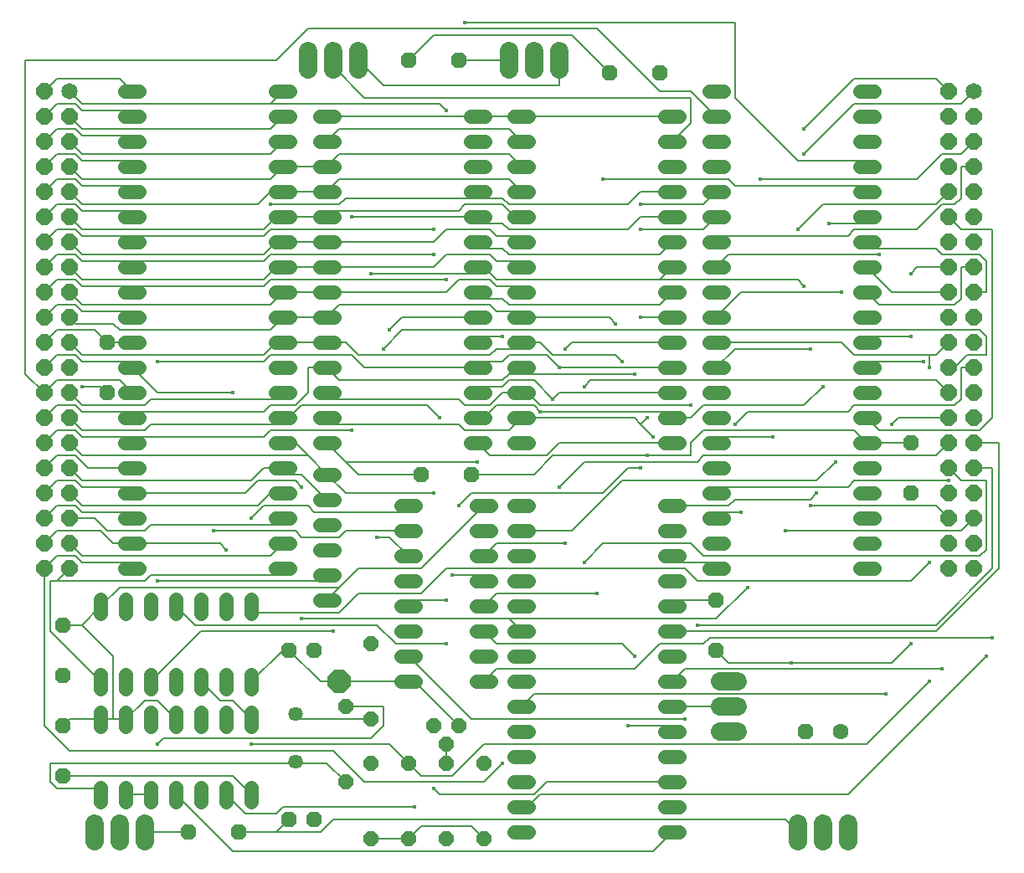
<source format=gbr>
G04 EAGLE Gerber RS-274X export*
G75*
%MOMM*%
%FSLAX34Y34*%
%LPD*%
%INTop Copper*%
%IPPOS*%
%AMOC8*
5,1,8,0,0,1.08239X$1,22.5*%
G01*
%ADD10C,1.463037*%
%ADD11C,1.645919*%
%ADD12P,1.781526X8X292.500000*%
%ADD13C,1.828800*%
%ADD14C,1.463037*%
%ADD15P,1.583577X8X112.500000*%
%ADD16P,1.732040X8X202.500000*%
%ADD17P,1.583577X8X292.500000*%
%ADD18P,1.583577X8X202.500000*%
%ADD19P,1.732040X8X292.500000*%
%ADD20P,1.732040X8X22.500000*%
%ADD21C,1.600200*%
%ADD22P,2.573315X8X22.500000*%
%ADD23C,0.203200*%
%ADD24C,0.452400*%


D10*
X119685Y774700D02*
X134315Y774700D01*
X134315Y749300D02*
X119685Y749300D01*
X119685Y622300D02*
X134315Y622300D01*
X134315Y596900D02*
X119685Y596900D01*
X119685Y723900D02*
X134315Y723900D01*
X134315Y698500D02*
X119685Y698500D01*
X119685Y647700D02*
X134315Y647700D01*
X134315Y673100D02*
X119685Y673100D01*
X119685Y571500D02*
X134315Y571500D01*
X134315Y546100D02*
X119685Y546100D01*
X119685Y520700D02*
X134315Y520700D01*
X134315Y495300D02*
X119685Y495300D01*
X119685Y469900D02*
X134315Y469900D01*
X134315Y444500D02*
X119685Y444500D01*
X119685Y419100D02*
X134315Y419100D01*
X134315Y393700D02*
X119685Y393700D01*
X119685Y368300D02*
X134315Y368300D01*
X134315Y342900D02*
X119685Y342900D01*
X119685Y317500D02*
X134315Y317500D01*
X134315Y292100D02*
X119685Y292100D01*
X272085Y292100D02*
X286715Y292100D01*
X286715Y317500D02*
X272085Y317500D01*
X272085Y342900D02*
X286715Y342900D01*
X286715Y368300D02*
X272085Y368300D01*
X272085Y393700D02*
X286715Y393700D01*
X286715Y419100D02*
X272085Y419100D01*
X272085Y444500D02*
X286715Y444500D01*
X286715Y469900D02*
X272085Y469900D01*
X272085Y495300D02*
X286715Y495300D01*
X286715Y520700D02*
X272085Y520700D01*
X272085Y546100D02*
X286715Y546100D01*
X286715Y571500D02*
X272085Y571500D01*
X272085Y596900D02*
X286715Y596900D01*
X286715Y622300D02*
X272085Y622300D01*
X272085Y647700D02*
X286715Y647700D01*
X286715Y673100D02*
X272085Y673100D01*
X272085Y698500D02*
X286715Y698500D01*
X286715Y723900D02*
X272085Y723900D01*
X272085Y749300D02*
X286715Y749300D01*
X286715Y774700D02*
X272085Y774700D01*
X316535Y749300D02*
X331165Y749300D01*
X331165Y723900D02*
X316535Y723900D01*
X316535Y698500D02*
X331165Y698500D01*
X331165Y673100D02*
X316535Y673100D01*
X316535Y647700D02*
X331165Y647700D01*
X331165Y622300D02*
X316535Y622300D01*
X316535Y596900D02*
X331165Y596900D01*
X331165Y571500D02*
X316535Y571500D01*
X316535Y546100D02*
X331165Y546100D01*
X331165Y520700D02*
X316535Y520700D01*
X316535Y495300D02*
X331165Y495300D01*
X331165Y469900D02*
X316535Y469900D01*
X316535Y444500D02*
X331165Y444500D01*
X331165Y419100D02*
X316535Y419100D01*
X468935Y419100D02*
X483565Y419100D01*
X483565Y444500D02*
X468935Y444500D01*
X468935Y469900D02*
X483565Y469900D01*
X483565Y495300D02*
X468935Y495300D01*
X468935Y520700D02*
X483565Y520700D01*
X483565Y546100D02*
X468935Y546100D01*
X468935Y571500D02*
X483565Y571500D01*
X483565Y596900D02*
X468935Y596900D01*
X468935Y622300D02*
X483565Y622300D01*
X483565Y647700D02*
X468935Y647700D01*
X468935Y673100D02*
X483565Y673100D01*
X483565Y698500D02*
X468935Y698500D01*
X468935Y723900D02*
X483565Y723900D01*
X483565Y749300D02*
X468935Y749300D01*
X710235Y774700D02*
X724865Y774700D01*
X724865Y749300D02*
X710235Y749300D01*
X710235Y622300D02*
X724865Y622300D01*
X724865Y596900D02*
X710235Y596900D01*
X710235Y723900D02*
X724865Y723900D01*
X724865Y698500D02*
X710235Y698500D01*
X710235Y647700D02*
X724865Y647700D01*
X724865Y673100D02*
X710235Y673100D01*
X710235Y571500D02*
X724865Y571500D01*
X724865Y546100D02*
X710235Y546100D01*
X710235Y520700D02*
X724865Y520700D01*
X724865Y495300D02*
X710235Y495300D01*
X710235Y469900D02*
X724865Y469900D01*
X724865Y444500D02*
X710235Y444500D01*
X710235Y419100D02*
X724865Y419100D01*
X724865Y393700D02*
X710235Y393700D01*
X710235Y368300D02*
X724865Y368300D01*
X724865Y342900D02*
X710235Y342900D01*
X710235Y317500D02*
X724865Y317500D01*
X724865Y292100D02*
X710235Y292100D01*
X862635Y292100D02*
X877265Y292100D01*
X877265Y317500D02*
X862635Y317500D01*
X862635Y342900D02*
X877265Y342900D01*
X877265Y368300D02*
X862635Y368300D01*
X862635Y393700D02*
X877265Y393700D01*
X877265Y419100D02*
X862635Y419100D01*
X862635Y444500D02*
X877265Y444500D01*
X877265Y469900D02*
X862635Y469900D01*
X862635Y495300D02*
X877265Y495300D01*
X877265Y520700D02*
X862635Y520700D01*
X862635Y546100D02*
X877265Y546100D01*
X877265Y571500D02*
X862635Y571500D01*
X862635Y596900D02*
X877265Y596900D01*
X877265Y622300D02*
X862635Y622300D01*
X862635Y647700D02*
X877265Y647700D01*
X877265Y673100D02*
X862635Y673100D01*
X862635Y698500D02*
X877265Y698500D01*
X877265Y723900D02*
X862635Y723900D01*
X862635Y749300D02*
X877265Y749300D01*
X877265Y774700D02*
X862635Y774700D01*
D11*
X63500Y774700D03*
D12*
X38100Y774700D03*
X63500Y749300D03*
X38100Y749300D03*
X63500Y723900D03*
X38100Y723900D03*
X63500Y698500D03*
X38100Y698500D03*
X63500Y673100D03*
X38100Y673100D03*
X63500Y647700D03*
X38100Y647700D03*
X63500Y622300D03*
X38100Y622300D03*
X63500Y596900D03*
X38100Y596900D03*
X63500Y571500D03*
X38100Y571500D03*
X63500Y546100D03*
X38100Y546100D03*
X63500Y520700D03*
X38100Y520700D03*
X63500Y495300D03*
X38100Y495300D03*
X63500Y469900D03*
X38100Y469900D03*
X63500Y444500D03*
X38100Y444500D03*
X63500Y419100D03*
X38100Y419100D03*
X63500Y393700D03*
X38100Y393700D03*
X63500Y368300D03*
X38100Y368300D03*
X63500Y342900D03*
X38100Y342900D03*
X63500Y317500D03*
X38100Y317500D03*
X63500Y292100D03*
X38100Y292100D03*
D13*
X304800Y797306D02*
X304800Y815594D01*
X330200Y815594D02*
X330200Y797306D01*
X355600Y797306D02*
X355600Y815594D01*
D11*
X977900Y774700D03*
D12*
X952500Y774700D03*
X977900Y749300D03*
X952500Y749300D03*
X977900Y723900D03*
X952500Y723900D03*
X977900Y698500D03*
X952500Y698500D03*
X977900Y673100D03*
X952500Y673100D03*
X977900Y647700D03*
X952500Y647700D03*
X977900Y622300D03*
X952500Y622300D03*
X977900Y596900D03*
X952500Y596900D03*
X977900Y571500D03*
X952500Y571500D03*
X977900Y546100D03*
X952500Y546100D03*
X977900Y520700D03*
X952500Y520700D03*
X977900Y495300D03*
X952500Y495300D03*
X977900Y469900D03*
X952500Y469900D03*
X977900Y444500D03*
X952500Y444500D03*
X977900Y419100D03*
X952500Y419100D03*
X977900Y393700D03*
X952500Y393700D03*
X977900Y368300D03*
X952500Y368300D03*
X977900Y342900D03*
X952500Y342900D03*
X977900Y317500D03*
X952500Y317500D03*
X977900Y292100D03*
X952500Y292100D03*
D10*
X95250Y185115D02*
X95250Y170485D01*
X120650Y170485D02*
X120650Y185115D01*
X247650Y185115D02*
X247650Y170485D01*
X247650Y246685D02*
X247650Y261315D01*
X146050Y185115D02*
X146050Y170485D01*
X171450Y170485D02*
X171450Y185115D01*
X222250Y185115D02*
X222250Y170485D01*
X196850Y170485D02*
X196850Y185115D01*
X222250Y246685D02*
X222250Y261315D01*
X196850Y261315D02*
X196850Y246685D01*
X171450Y246685D02*
X171450Y261315D01*
X146050Y261315D02*
X146050Y246685D01*
X120650Y246685D02*
X120650Y261315D01*
X95250Y261315D02*
X95250Y246685D01*
X95250Y70815D02*
X95250Y56185D01*
X120650Y56185D02*
X120650Y70815D01*
X247650Y70815D02*
X247650Y56185D01*
X247650Y132385D02*
X247650Y147015D01*
X146050Y70815D02*
X146050Y56185D01*
X171450Y56185D02*
X171450Y70815D01*
X222250Y70815D02*
X222250Y56185D01*
X196850Y56185D02*
X196850Y70815D01*
X222250Y132385D02*
X222250Y147015D01*
X196850Y147015D02*
X196850Y132385D01*
X171450Y132385D02*
X171450Y147015D01*
X146050Y147015D02*
X146050Y132385D01*
X120650Y132385D02*
X120650Y147015D01*
X95250Y147015D02*
X95250Y132385D01*
X399085Y355600D02*
X413715Y355600D01*
X413715Y330200D02*
X399085Y330200D01*
X399085Y203200D02*
X413715Y203200D01*
X413715Y177800D02*
X399085Y177800D01*
X399085Y304800D02*
X413715Y304800D01*
X413715Y279400D02*
X399085Y279400D01*
X399085Y228600D02*
X413715Y228600D01*
X413715Y254000D02*
X399085Y254000D01*
X475285Y177800D02*
X489915Y177800D01*
X489915Y203200D02*
X475285Y203200D01*
X475285Y228600D02*
X489915Y228600D01*
X489915Y254000D02*
X475285Y254000D01*
X475285Y279400D02*
X489915Y279400D01*
X489915Y304800D02*
X475285Y304800D01*
X475285Y330200D02*
X489915Y330200D01*
X489915Y355600D02*
X475285Y355600D01*
D14*
X292100Y96520D03*
X292100Y144780D03*
D15*
X342900Y76200D03*
X342900Y152400D03*
D16*
X311150Y38100D03*
X285750Y38100D03*
X311150Y209550D03*
X285750Y209550D03*
D17*
X368300Y95250D03*
X368300Y19050D03*
D18*
X431800Y133350D03*
X444500Y114300D03*
X457200Y133350D03*
D15*
X444500Y19050D03*
X444500Y95250D03*
D10*
X331165Y260350D02*
X316535Y260350D01*
X316535Y285750D02*
X331165Y285750D01*
X331165Y311150D02*
X316535Y311150D01*
X316535Y336550D02*
X331165Y336550D01*
X331165Y361950D02*
X316535Y361950D01*
X316535Y387350D02*
X331165Y387350D01*
D19*
X101600Y520700D03*
X101600Y469900D03*
D16*
X457200Y806450D03*
X406400Y806450D03*
X660400Y793750D03*
X609600Y793750D03*
D19*
X914400Y419100D03*
X914400Y368300D03*
X57150Y234950D03*
X57150Y184150D03*
X57150Y133350D03*
X57150Y82550D03*
D16*
X469900Y387350D03*
X419100Y387350D03*
D17*
X368300Y215900D03*
X368300Y139700D03*
D13*
X850900Y34544D02*
X850900Y16256D01*
X825500Y16256D02*
X825500Y34544D01*
X800100Y34544D02*
X800100Y16256D01*
X88900Y16256D02*
X88900Y34544D01*
X114300Y34544D02*
X114300Y16256D01*
X139700Y16256D02*
X139700Y34544D01*
D17*
X406400Y95250D03*
X406400Y19050D03*
D13*
X508000Y797306D02*
X508000Y815594D01*
X533400Y815594D02*
X533400Y797306D01*
X558800Y797306D02*
X558800Y815594D01*
D10*
X528015Y355600D02*
X513385Y355600D01*
X513385Y330200D02*
X528015Y330200D01*
X528015Y203200D02*
X513385Y203200D01*
X513385Y177800D02*
X528015Y177800D01*
X528015Y304800D02*
X513385Y304800D01*
X513385Y279400D02*
X528015Y279400D01*
X528015Y228600D02*
X513385Y228600D01*
X513385Y254000D02*
X528015Y254000D01*
X528015Y152400D02*
X513385Y152400D01*
X513385Y127000D02*
X528015Y127000D01*
X528015Y101600D02*
X513385Y101600D01*
X513385Y76200D02*
X528015Y76200D01*
X528015Y50800D02*
X513385Y50800D01*
X513385Y25400D02*
X528015Y25400D01*
X665785Y25400D02*
X680415Y25400D01*
X680415Y50800D02*
X665785Y50800D01*
X665785Y76200D02*
X680415Y76200D01*
X680415Y101600D02*
X665785Y101600D01*
X665785Y127000D02*
X680415Y127000D01*
X680415Y152400D02*
X665785Y152400D01*
X665785Y177800D02*
X680415Y177800D01*
X680415Y203200D02*
X665785Y203200D01*
X665785Y228600D02*
X680415Y228600D01*
X680415Y254000D02*
X665785Y254000D01*
X665785Y279400D02*
X680415Y279400D01*
X680415Y304800D02*
X665785Y304800D01*
X665785Y330200D02*
X680415Y330200D01*
X680415Y355600D02*
X665785Y355600D01*
D19*
X717550Y260350D03*
X717550Y209550D03*
D17*
X482600Y95250D03*
X482600Y19050D03*
D20*
X184150Y25400D03*
X234950Y25400D03*
D13*
X721106Y127000D02*
X739394Y127000D01*
X739394Y152400D02*
X721106Y152400D01*
X721106Y177800D02*
X739394Y177800D01*
D10*
X528015Y749300D02*
X513385Y749300D01*
X513385Y723900D02*
X528015Y723900D01*
X528015Y698500D02*
X513385Y698500D01*
X513385Y673100D02*
X528015Y673100D01*
X528015Y647700D02*
X513385Y647700D01*
X513385Y622300D02*
X528015Y622300D01*
X528015Y596900D02*
X513385Y596900D01*
X513385Y571500D02*
X528015Y571500D01*
X528015Y546100D02*
X513385Y546100D01*
X513385Y520700D02*
X528015Y520700D01*
X528015Y495300D02*
X513385Y495300D01*
X513385Y469900D02*
X528015Y469900D01*
X528015Y444500D02*
X513385Y444500D01*
X513385Y419100D02*
X528015Y419100D01*
X665785Y419100D02*
X680415Y419100D01*
X680415Y444500D02*
X665785Y444500D01*
X665785Y469900D02*
X680415Y469900D01*
X680415Y495300D02*
X665785Y495300D01*
X665785Y520700D02*
X680415Y520700D01*
X680415Y546100D02*
X665785Y546100D01*
X665785Y571500D02*
X680415Y571500D01*
X680415Y596900D02*
X665785Y596900D01*
X665785Y622300D02*
X680415Y622300D01*
X680415Y647700D02*
X665785Y647700D01*
X665785Y673100D02*
X680415Y673100D01*
X680415Y698500D02*
X665785Y698500D01*
X665785Y723900D02*
X680415Y723900D01*
X680415Y749300D02*
X665785Y749300D01*
D16*
X807720Y127000D03*
D21*
X843280Y127000D03*
D22*
X336550Y177800D03*
D23*
X406400Y806450D02*
X431800Y831850D01*
X571500Y831850D01*
X609600Y793750D01*
X342900Y400050D02*
X355600Y387350D01*
X342900Y400050D02*
X323850Y419100D01*
X355600Y387350D02*
X419100Y387350D01*
X476250Y400050D02*
X342900Y400050D01*
X717550Y520700D02*
X844550Y520700D01*
X857250Y508000D01*
X933450Y508000D02*
X939800Y508000D01*
X933450Y508000D02*
X857250Y508000D01*
X939800Y508000D02*
X952500Y520700D01*
X933450Y508000D02*
X933450Y495300D01*
X279400Y209550D02*
X247650Y177800D01*
X279400Y209550D02*
X285750Y209550D01*
X336550Y177800D02*
X406400Y177800D01*
X412750Y177800D02*
X457200Y133350D01*
X412750Y177800D02*
X406400Y177800D01*
X317500Y177800D02*
X285750Y209550D01*
X317500Y177800D02*
X336550Y177800D01*
X717550Y209550D02*
X730250Y196850D01*
X793750Y196850D01*
X285750Y38100D02*
X273050Y25400D01*
X234950Y25400D01*
X101600Y469900D02*
X95250Y476250D01*
X76200Y476250D01*
X228600Y82550D02*
X247650Y63500D01*
X228600Y82550D02*
X57150Y82550D01*
X787400Y38100D02*
X800100Y25400D01*
X787400Y38100D02*
X330200Y38100D01*
X317500Y25400D01*
X273050Y25400D01*
X895350Y196850D02*
X914400Y215900D01*
X895350Y196850D02*
X793750Y196850D01*
D24*
X476250Y400050D03*
X933450Y495300D03*
X793750Y196850D03*
X76200Y476250D03*
X914400Y215900D03*
D23*
X520700Y749300D02*
X476250Y749300D01*
X457200Y806450D02*
X508000Y806450D01*
X476250Y749300D02*
X323850Y749300D01*
X679450Y260350D02*
X673100Y254000D01*
X679450Y260350D02*
X717550Y260350D01*
X673100Y749300D02*
X520700Y749300D01*
X869950Y419100D02*
X914400Y419100D01*
X127000Y520700D02*
X101600Y520700D01*
X50800Y533400D02*
X38100Y520700D01*
X50800Y533400D02*
X88900Y533400D01*
X101600Y520700D01*
X95250Y254000D02*
X76200Y234950D01*
X57150Y234950D01*
X107950Y139700D02*
X120650Y139700D01*
X107950Y139700D02*
X95250Y139700D01*
X152400Y158750D02*
X171450Y139700D01*
X152400Y158750D02*
X139700Y158750D01*
X120650Y139700D01*
X63500Y139700D02*
X57150Y133350D01*
X63500Y139700D02*
X95250Y139700D01*
X107950Y203200D02*
X76200Y234950D01*
X107950Y203200D02*
X107950Y139700D01*
X368300Y19050D02*
X406400Y19050D01*
X469900Y31750D02*
X482600Y19050D01*
X469900Y31750D02*
X419100Y31750D01*
X406400Y19050D01*
X336550Y273050D02*
X355600Y292100D01*
X336550Y273050D02*
X323850Y260350D01*
X355600Y292100D02*
X419100Y292100D01*
X482600Y355600D01*
X114300Y273050D02*
X95250Y254000D01*
X114300Y273050D02*
X336550Y273050D01*
X857250Y431800D02*
X869950Y419100D01*
X857250Y431800D02*
X704850Y431800D01*
X692150Y419100D01*
X692150Y406400D01*
X647700Y406400D02*
X552450Y406400D01*
X647700Y406400D02*
X692150Y406400D01*
X552450Y406400D02*
X533400Y387350D01*
X469900Y387350D01*
D24*
X647700Y406400D03*
D23*
X279400Y444500D02*
X273050Y438150D01*
X146050Y438150D01*
X139700Y431800D01*
X76200Y431800D01*
X63500Y444500D01*
X425450Y457200D02*
X438150Y444500D01*
X425450Y457200D02*
X298450Y457200D01*
X285750Y444500D01*
X279400Y444500D01*
X863600Y704850D02*
X869950Y698500D01*
X863600Y704850D02*
X800100Y704850D01*
X736600Y768350D01*
X736600Y844550D01*
X463550Y844550D01*
D24*
X438150Y444500D03*
X463550Y844550D03*
D23*
X215900Y317500D02*
X222250Y311150D01*
X215900Y317500D02*
X127000Y317500D01*
X50800Y330200D02*
X38100Y317500D01*
X50800Y330200D02*
X95250Y330200D01*
X107950Y317500D01*
X127000Y317500D01*
D24*
X222250Y311150D03*
D23*
X482600Y76200D02*
X501650Y95250D01*
X482600Y76200D02*
X361950Y76200D01*
X330200Y107950D01*
X63500Y107950D01*
X38100Y133350D01*
X38100Y292100D01*
X863600Y679450D02*
X869950Y673100D01*
X863600Y679450D02*
X736600Y679450D01*
X730250Y685800D01*
X603250Y685800D01*
X127000Y292100D02*
X120650Y298450D01*
X76200Y298450D01*
X69850Y304800D01*
X50800Y304800D01*
X38100Y292100D01*
D24*
X501650Y95250D03*
X603250Y685800D03*
D23*
X95250Y177800D02*
X44450Y228600D01*
X44450Y279400D01*
X50800Y279400D01*
X63500Y292100D01*
X273050Y285750D02*
X279400Y292100D01*
X273050Y285750D02*
X146050Y285750D01*
X139700Y279400D01*
X50800Y279400D01*
X508000Y241300D02*
X520700Y228600D01*
X508000Y241300D02*
X298450Y241300D01*
X863600Y641350D02*
X869950Y647700D01*
X863600Y641350D02*
X831850Y641350D01*
X749300Y273050D02*
X717550Y241300D01*
X508000Y241300D01*
D24*
X298450Y241300D03*
X831850Y641350D03*
X749300Y273050D03*
D23*
X76200Y304800D02*
X63500Y317500D01*
X76200Y304800D02*
X266700Y304800D01*
X279400Y317500D01*
X273050Y463550D02*
X279400Y469900D01*
X273050Y463550D02*
X146050Y463550D01*
X139700Y457200D01*
X76200Y457200D01*
X63500Y469900D01*
X120650Y349250D02*
X127000Y342900D01*
X120650Y349250D02*
X76200Y349250D01*
X69850Y355600D01*
X50800Y355600D01*
X38100Y342900D01*
X63500Y368300D02*
X76200Y355600D01*
X254000Y355600D01*
X266700Y368300D01*
X279400Y368300D01*
X323850Y285750D02*
X317500Y279400D01*
X152400Y279400D01*
X38100Y393700D02*
X50800Y406400D01*
X69850Y406400D01*
X82550Y393700D01*
X127000Y393700D01*
D24*
X152400Y279400D03*
D23*
X127000Y368300D02*
X120650Y374650D01*
X76200Y374650D01*
X69850Y381000D01*
X50800Y381000D01*
X38100Y368300D01*
X292100Y381000D02*
X298450Y374650D01*
X292100Y381000D02*
X254000Y381000D01*
X241300Y368300D01*
X127000Y368300D01*
D24*
X298450Y374650D03*
D23*
X304800Y406400D02*
X292100Y419100D01*
X304800Y406400D02*
X323850Y387350D01*
X292100Y419100D02*
X279400Y419100D01*
X76200Y406400D02*
X63500Y419100D01*
X76200Y406400D02*
X304800Y406400D01*
X431800Y69850D02*
X438150Y63500D01*
X533400Y63500D01*
X546100Y76200D01*
X673100Y76200D01*
X342900Y368300D02*
X323850Y387350D01*
X342900Y368300D02*
X431800Y368300D01*
D24*
X431800Y69850D03*
X431800Y368300D03*
D23*
X285750Y387350D02*
X279400Y393700D01*
X285750Y387350D02*
X298450Y387350D01*
X323850Y361950D01*
X76200Y381000D02*
X63500Y393700D01*
X76200Y381000D02*
X247650Y381000D01*
X260350Y393700D01*
X279400Y393700D01*
X279400Y342900D02*
X273050Y336550D01*
X146050Y336550D01*
X139700Y330200D01*
X101600Y330200D01*
X88900Y342900D01*
X63500Y342900D01*
X127000Y647700D02*
X120650Y654050D01*
X76200Y654050D01*
X69850Y660400D01*
X50800Y660400D01*
X38100Y647700D01*
X171450Y63500D02*
X228600Y6350D01*
X654050Y6350D01*
X673100Y25400D01*
X323850Y520700D02*
X279400Y520700D01*
X514350Y514350D02*
X520700Y520700D01*
X514350Y514350D02*
X495300Y514350D01*
X488950Y508000D01*
X355600Y508000D01*
X342900Y520700D01*
X323850Y520700D01*
X615950Y508000D02*
X622300Y501650D01*
X615950Y508000D02*
X552450Y508000D01*
X539750Y520700D01*
X520700Y520700D01*
X704850Y635000D02*
X717550Y647700D01*
X704850Y635000D02*
X641350Y635000D01*
X76200Y508000D02*
X63500Y520700D01*
X76200Y508000D02*
X260350Y508000D01*
X273050Y520700D01*
X279400Y520700D01*
D24*
X622300Y501650D03*
X641350Y635000D03*
D23*
X323850Y546100D02*
X279400Y546100D01*
X514350Y552450D02*
X520700Y546100D01*
X514350Y552450D02*
X495300Y552450D01*
X488950Y558800D01*
X336550Y558800D01*
X323850Y546100D01*
X666750Y133350D02*
X673100Y127000D01*
X666750Y133350D02*
X628650Y133350D01*
X615950Y539750D02*
X609600Y546100D01*
X520700Y546100D01*
X704850Y660400D02*
X717550Y673100D01*
X704850Y660400D02*
X641350Y660400D01*
X69850Y539750D02*
X63500Y546100D01*
X69850Y539750D02*
X107950Y539750D01*
X114300Y533400D01*
X266700Y533400D01*
X279400Y546100D01*
D24*
X628650Y133350D03*
X615950Y539750D03*
X641350Y660400D03*
D23*
X323850Y571500D02*
X279400Y571500D01*
X514350Y577850D02*
X520700Y571500D01*
X514350Y577850D02*
X495300Y577850D01*
X488950Y584200D01*
X457200Y584200D01*
X444500Y571500D01*
X323850Y571500D01*
X76200Y558800D02*
X63500Y571500D01*
X76200Y558800D02*
X266700Y558800D01*
X279400Y571500D01*
X279400Y596900D02*
X323850Y596900D01*
X514350Y603250D02*
X520700Y596900D01*
X514350Y603250D02*
X495300Y603250D01*
X488950Y609600D01*
X444500Y609600D01*
X431800Y596900D01*
X323850Y596900D01*
X76200Y584200D02*
X63500Y596900D01*
X76200Y584200D02*
X260350Y584200D01*
X273050Y596900D01*
X279400Y596900D01*
X279400Y622300D02*
X323850Y622300D01*
X514350Y628650D02*
X520700Y622300D01*
X514350Y628650D02*
X495300Y628650D01*
X488950Y635000D01*
X444500Y635000D01*
X431800Y622300D01*
X323850Y622300D01*
X76200Y609600D02*
X63500Y622300D01*
X76200Y609600D02*
X260350Y609600D01*
X273050Y622300D01*
X279400Y622300D01*
X279400Y647700D02*
X323850Y647700D01*
X76200Y635000D02*
X63500Y647700D01*
X76200Y635000D02*
X260350Y635000D01*
X273050Y647700D01*
X279400Y647700D01*
X495300Y317500D02*
X482600Y304800D01*
X495300Y317500D02*
X565150Y317500D01*
X323850Y647700D02*
X330200Y654050D01*
X457200Y654050D01*
X463550Y660400D01*
X501650Y660400D01*
X514350Y647700D01*
X520700Y647700D01*
D24*
X565150Y317500D03*
D23*
X323850Y698500D02*
X279400Y698500D01*
X508000Y711200D02*
X520700Y698500D01*
X508000Y711200D02*
X336550Y711200D01*
X323850Y698500D01*
X279400Y698500D02*
X266700Y685800D01*
X76200Y685800D01*
X63500Y698500D01*
X476250Y673100D02*
X482600Y666750D01*
X501650Y666750D01*
X508000Y660400D01*
X628650Y660400D01*
X641350Y673100D01*
X673100Y673100D01*
X279400Y723900D02*
X266700Y711200D01*
X76200Y711200D01*
X63500Y723900D01*
X469900Y666750D02*
X476250Y673100D01*
X469900Y666750D02*
X342900Y666750D01*
X336550Y660400D01*
X266700Y660400D01*
D24*
X266700Y660400D03*
D23*
X476250Y647700D02*
X482600Y641350D01*
X501650Y641350D01*
X508000Y635000D01*
X628650Y635000D01*
X641350Y647700D01*
X673100Y647700D01*
X279400Y749300D02*
X266700Y736600D01*
X76200Y736600D01*
X63500Y749300D01*
X349250Y647700D02*
X476250Y647700D01*
D24*
X349250Y647700D03*
D23*
X476250Y571500D02*
X482600Y565150D01*
X501650Y565150D01*
X508000Y558800D01*
X660400Y558800D01*
X673100Y571500D01*
X279400Y774700D02*
X266700Y762000D01*
X76200Y762000D01*
X63500Y774700D01*
X438150Y762000D02*
X444500Y755650D01*
X438150Y762000D02*
X266700Y762000D01*
D24*
X444500Y755650D03*
D23*
X127000Y774700D02*
X114300Y787400D01*
X50800Y787400D01*
X38100Y774700D01*
X476250Y622300D02*
X482600Y615950D01*
X501650Y615950D01*
X508000Y609600D01*
X660400Y609600D01*
X673100Y622300D01*
X127000Y749300D02*
X120650Y755650D01*
X76200Y755650D01*
X69850Y762000D01*
X50800Y762000D01*
X38100Y749300D01*
X323850Y723900D02*
X336550Y736600D01*
X508000Y736600D01*
X520700Y723900D01*
X127000Y723900D02*
X120650Y730250D01*
X76200Y730250D01*
X69850Y736600D01*
X50800Y736600D01*
X38100Y723900D01*
X342900Y330200D02*
X406400Y330200D01*
X342900Y330200D02*
X336550Y323850D01*
X298450Y323850D01*
X292100Y330200D01*
X209550Y330200D01*
D24*
X209550Y330200D03*
D23*
X127000Y698500D02*
X120650Y704850D01*
X76200Y704850D01*
X69850Y711200D01*
X50800Y711200D01*
X38100Y698500D01*
X387350Y323850D02*
X406400Y304800D01*
X387350Y323850D02*
X374650Y323850D01*
D24*
X374650Y323850D03*
D23*
X127000Y673100D02*
X120650Y679450D01*
X76200Y679450D01*
X69850Y685800D01*
X50800Y685800D01*
X38100Y673100D01*
X120650Y450850D02*
X127000Y444500D01*
X120650Y450850D02*
X76200Y450850D01*
X69850Y457200D01*
X50800Y457200D01*
X38100Y444500D01*
X323850Y495300D02*
X336550Y482600D01*
X501650Y482600D01*
X508000Y488950D02*
X514350Y495300D01*
X508000Y488950D02*
X501650Y482600D01*
X514350Y495300D02*
X520700Y495300D01*
X508000Y488950D02*
X635000Y488950D01*
X133350Y450850D02*
X127000Y444500D01*
X133350Y450850D02*
X260350Y450850D01*
X266700Y457200D01*
X292100Y457200D01*
X304800Y469900D01*
X304800Y495300D01*
X323850Y495300D01*
D24*
X635000Y488950D03*
D23*
X127000Y419100D02*
X120650Y425450D01*
X76200Y425450D01*
X69850Y431800D01*
X50800Y431800D01*
X38100Y419100D01*
X673100Y304800D02*
X679450Y298450D01*
X711200Y298450D01*
X717550Y292100D01*
X330200Y463550D02*
X323850Y469900D01*
X330200Y463550D02*
X457200Y463550D01*
X463550Y457200D01*
X488950Y457200D01*
X501650Y469900D01*
X520700Y469900D01*
X539750Y457200D02*
X692150Y457200D01*
X539750Y457200D02*
X527050Y469900D01*
X520700Y469900D01*
X133350Y425450D02*
X127000Y419100D01*
X133350Y425450D02*
X260350Y425450D01*
X266700Y431800D01*
X349250Y431800D01*
D24*
X692150Y457200D03*
X349250Y431800D03*
D23*
X127000Y495300D02*
X120650Y501650D01*
X76200Y501650D01*
X69850Y508000D01*
X50800Y508000D01*
X38100Y495300D01*
X323850Y444500D02*
X330200Y438150D01*
X457200Y438150D01*
X463550Y431800D01*
X508000Y431800D01*
X520700Y444500D01*
X635000Y444500D02*
X641350Y438150D01*
X654050Y425450D01*
X635000Y444500D02*
X520700Y444500D01*
X641350Y438150D02*
X647700Y444500D01*
X152400Y469900D02*
X127000Y495300D01*
X152400Y469900D02*
X228600Y469900D01*
D24*
X654050Y425450D03*
X647700Y444500D03*
X228600Y469900D03*
D23*
X127000Y596900D02*
X120650Y603250D01*
X76200Y603250D01*
X69850Y609600D01*
X50800Y609600D01*
X38100Y596900D01*
X476250Y419100D02*
X488950Y406400D01*
X546100Y406400D01*
X558800Y419100D01*
X673100Y419100D01*
X812800Y361950D02*
X819150Y368300D01*
X812800Y361950D02*
X736600Y361950D01*
X730250Y355600D01*
X673100Y355600D01*
X133350Y603250D02*
X127000Y596900D01*
X133350Y603250D02*
X260350Y603250D01*
X266700Y609600D01*
X431800Y609600D01*
D24*
X819150Y368300D03*
X431800Y609600D03*
D23*
X127000Y622300D02*
X120650Y628650D01*
X76200Y628650D01*
X69850Y635000D01*
X50800Y635000D01*
X38100Y622300D01*
X533400Y457200D02*
X539750Y450850D01*
X533400Y457200D02*
X495300Y457200D01*
X482600Y444500D01*
X476250Y444500D01*
X666750Y450850D02*
X673100Y444500D01*
X666750Y450850D02*
X539750Y450850D01*
X806450Y457200D02*
X825500Y476250D01*
X806450Y457200D02*
X704850Y457200D01*
X692150Y444500D01*
X673100Y444500D01*
X133350Y628650D02*
X127000Y622300D01*
X133350Y628650D02*
X260350Y628650D01*
X266700Y635000D01*
X431800Y635000D01*
D24*
X539750Y450850D03*
X825500Y476250D03*
X431800Y635000D03*
D23*
X127000Y571500D02*
X120650Y577850D01*
X76200Y577850D01*
X69850Y584200D01*
X50800Y584200D01*
X38100Y571500D01*
X552450Y463550D02*
X558800Y469900D01*
X673100Y469900D01*
X482600Y476250D02*
X476250Y469900D01*
X482600Y476250D02*
X501650Y476250D01*
X508000Y482600D01*
X533400Y482600D01*
X552450Y463550D01*
X819150Y381000D02*
X838200Y400050D01*
X819150Y381000D02*
X622300Y381000D01*
X571500Y330200D01*
X520700Y330200D01*
X133350Y577850D02*
X127000Y571500D01*
X133350Y577850D02*
X260350Y577850D01*
X266700Y584200D01*
X444500Y584200D01*
D24*
X552450Y463550D03*
X838200Y400050D03*
X444500Y584200D03*
D23*
X127000Y546100D02*
X120650Y552450D01*
X76200Y552450D01*
X69850Y558800D01*
X50800Y558800D01*
X38100Y546100D01*
X558800Y495300D02*
X673100Y495300D01*
X482600Y501650D02*
X476250Y495300D01*
X482600Y501650D02*
X501650Y501650D01*
X508000Y508000D01*
X546100Y508000D01*
X558800Y495300D01*
X260350Y501650D02*
X152400Y501650D01*
X260350Y501650D02*
X266700Y508000D01*
X349250Y508000D01*
X361950Y495300D01*
X476250Y495300D01*
D24*
X558800Y495300D03*
X152400Y501650D03*
D23*
X127000Y469900D02*
X114300Y482600D01*
X50800Y482600D01*
X38100Y469900D01*
X565150Y514350D02*
X571500Y520700D01*
X673100Y520700D01*
X482600Y527050D02*
X476250Y520700D01*
X482600Y527050D02*
X501650Y527050D01*
X38100Y469900D02*
X19050Y488950D01*
X19050Y806450D01*
X273050Y806450D01*
X304800Y838200D01*
X596900Y838200D01*
X660400Y774700D01*
X692150Y774700D01*
X717550Y749300D01*
D24*
X565150Y514350D03*
X501650Y527050D03*
D23*
X323850Y673100D02*
X279400Y673100D01*
X76200Y660400D02*
X63500Y673100D01*
X76200Y660400D02*
X254000Y660400D01*
X266700Y673100D01*
X279400Y673100D01*
X476250Y285750D02*
X482600Y279400D01*
X476250Y285750D02*
X450850Y285750D01*
X323850Y673100D02*
X336550Y685800D01*
X508000Y685800D01*
X520700Y673100D01*
D24*
X450850Y285750D03*
D23*
X196850Y228600D02*
X146050Y177800D01*
X196850Y228600D02*
X330200Y228600D01*
X368300Y590550D02*
X469900Y590550D01*
X476250Y596900D01*
X660400Y584200D02*
X673100Y596900D01*
X660400Y584200D02*
X495300Y584200D01*
X482600Y596900D01*
X476250Y596900D01*
X939800Y355600D02*
X952500Y342900D01*
X939800Y355600D02*
X812800Y355600D01*
X806450Y577850D02*
X800100Y584200D01*
X660400Y584200D01*
D24*
X330200Y228600D03*
X368300Y590550D03*
X812800Y355600D03*
X806450Y577850D03*
D23*
X933450Y298450D02*
X914400Y279400D01*
X698500Y279400D01*
X685800Y292100D01*
X444500Y292100D01*
X419100Y266700D01*
X355600Y266700D01*
X336550Y247650D01*
X254000Y247650D01*
X247650Y254000D01*
X558800Y781050D02*
X558800Y806450D01*
X558800Y781050D02*
X381000Y781050D01*
X355600Y806450D01*
D24*
X933450Y298450D03*
D23*
X400050Y546100D02*
X387350Y533400D01*
X400050Y546100D02*
X476250Y546100D01*
D24*
X387350Y533400D03*
D23*
X412750Y260350D02*
X406400Y254000D01*
X412750Y260350D02*
X444500Y260350D01*
X457200Y355600D02*
X469900Y368300D01*
X603250Y368300D01*
X628650Y393700D01*
X641350Y393700D01*
X641350Y546100D02*
X673100Y546100D01*
D24*
X444500Y260350D03*
X457200Y355600D03*
X641350Y393700D03*
X641350Y546100D03*
D23*
X495300Y266700D02*
X482600Y254000D01*
X495300Y266700D02*
X596900Y266700D01*
D24*
X596900Y266700D03*
D23*
X622300Y215900D02*
X635000Y203200D01*
X622300Y215900D02*
X495300Y215900D01*
X482600Y228600D01*
D24*
X635000Y203200D03*
D23*
X895350Y438150D02*
X901700Y444500D01*
X952500Y444500D01*
D24*
X895350Y438150D03*
D23*
X590550Y482600D02*
X584200Y476250D01*
X590550Y482600D02*
X939800Y482600D01*
X952500Y469900D01*
D24*
X584200Y476250D03*
D23*
X673100Y723900D02*
X692150Y742950D01*
X692150Y768350D01*
X361950Y768350D01*
X330200Y800100D01*
X330200Y806450D01*
X717550Y419100D02*
X723900Y425450D01*
X774700Y425450D01*
X806450Y736600D02*
X857250Y787400D01*
X939800Y787400D01*
X952500Y774700D01*
D24*
X774700Y425450D03*
X806450Y736600D03*
D23*
X806450Y711200D02*
X857250Y762000D01*
X965200Y762000D01*
X977900Y774700D01*
D24*
X806450Y711200D03*
D23*
X736600Y514350D02*
X717550Y495300D01*
X736600Y514350D02*
X812800Y514350D01*
D24*
X812800Y514350D03*
D23*
X742950Y571500D02*
X717550Y546100D01*
X742950Y571500D02*
X844550Y571500D01*
D24*
X844550Y571500D03*
D23*
X920750Y685800D02*
X762000Y685800D01*
X920750Y685800D02*
X946150Y711200D01*
X965200Y711200D01*
X977900Y723900D01*
D24*
X762000Y685800D03*
D23*
X730250Y609600D02*
X717550Y596900D01*
X730250Y609600D02*
X882650Y609600D01*
D24*
X882650Y609600D03*
D23*
X723900Y628650D02*
X717550Y622300D01*
X723900Y628650D02*
X850900Y628650D01*
X857250Y635000D01*
X920750Y635000D01*
X946150Y660400D01*
X958850Y660400D01*
X965200Y666750D01*
X965200Y698500D01*
X977900Y698500D01*
X723900Y349250D02*
X717550Y342900D01*
X723900Y349250D02*
X742950Y349250D01*
X800100Y635000D02*
X825500Y660400D01*
X939800Y660400D01*
X952500Y673100D01*
D24*
X742950Y349250D03*
X800100Y635000D03*
D23*
X869950Y444500D02*
X882650Y431800D01*
X984250Y431800D01*
X996950Y444500D01*
X996950Y635000D01*
X965200Y635000D01*
X952500Y647700D01*
X876300Y501650D02*
X869950Y495300D01*
X876300Y501650D02*
X927100Y501650D01*
D24*
X927100Y501650D03*
D23*
X876300Y527050D02*
X869950Y520700D01*
X876300Y527050D02*
X914400Y527050D01*
D24*
X914400Y527050D03*
D23*
X914400Y590550D02*
X920750Y596900D01*
X952500Y596900D01*
D24*
X914400Y590550D03*
D23*
X882650Y558800D02*
X869950Y571500D01*
X882650Y558800D02*
X958850Y558800D01*
X965200Y565150D01*
X965200Y596900D01*
X977900Y596900D01*
X895350Y571500D02*
X869950Y596900D01*
X895350Y571500D02*
X952500Y571500D01*
X876300Y615950D02*
X869950Y622300D01*
X876300Y615950D02*
X939800Y615950D01*
X946150Y609600D01*
X984250Y609600D01*
X990600Y603250D01*
X990600Y571500D01*
X977900Y571500D01*
X723900Y374650D02*
X717550Y368300D01*
X723900Y374650D02*
X850900Y374650D01*
X857250Y381000D01*
X952500Y381000D01*
D24*
X952500Y381000D03*
D23*
X495300Y190500D02*
X482600Y177800D01*
X495300Y190500D02*
X635000Y190500D01*
X660400Y215900D01*
X704850Y215900D01*
X711200Y222250D01*
X996950Y222250D01*
D24*
X996950Y222250D03*
D23*
X400050Y533400D02*
X381000Y514350D01*
X400050Y533400D02*
X984250Y533400D01*
X990600Y527050D01*
X990600Y508000D01*
X971550Y508000D01*
X958850Y495300D01*
X952500Y495300D01*
D24*
X381000Y514350D03*
D23*
X406400Y203200D02*
X469900Y139700D01*
X685800Y139700D01*
X736600Y438150D02*
X749300Y450850D01*
X850900Y450850D01*
X857250Y457200D01*
X958850Y457200D01*
X965200Y463550D01*
X965200Y495300D01*
X977900Y495300D01*
D24*
X685800Y139700D03*
X736600Y438150D03*
D23*
X95250Y63500D02*
X88900Y69850D01*
X50800Y69850D01*
X44450Y76200D01*
X44450Y95250D01*
X292100Y95250D01*
X323850Y95250D02*
X342900Y76200D01*
X323850Y95250D02*
X292100Y95250D01*
X292100Y96520D01*
X241300Y44450D02*
X222250Y63500D01*
X241300Y44450D02*
X273050Y44450D01*
X279400Y50800D01*
X412750Y50800D01*
D24*
X412750Y50800D03*
D23*
X184150Y25400D02*
X139700Y25400D01*
X444500Y95250D02*
X444500Y114300D01*
X190500Y234950D02*
X171450Y254000D01*
X190500Y234950D02*
X374650Y234950D01*
X393700Y215900D01*
X444500Y215900D01*
D24*
X444500Y215900D03*
D23*
X260350Y355600D02*
X247650Y342900D01*
X260350Y355600D02*
X304800Y355600D01*
X311150Y349250D01*
X400050Y349250D01*
X406400Y355600D01*
D24*
X247650Y342900D03*
D23*
X196850Y177800D02*
X215900Y158750D01*
X228600Y158750D01*
X247650Y139700D01*
X247650Y114300D02*
X387350Y114300D01*
X406400Y95250D01*
X869950Y114300D02*
X933450Y177800D01*
X869950Y114300D02*
X482600Y114300D01*
X450850Y82550D01*
X419100Y82550D01*
X406400Y95250D01*
D24*
X247650Y114300D03*
X933450Y177800D03*
D23*
X990600Y203200D02*
X850900Y63500D01*
X539750Y63500D01*
X527050Y50800D01*
X520700Y50800D01*
D24*
X990600Y203200D03*
D23*
X939800Y228600D02*
X673100Y228600D01*
X939800Y228600D02*
X1003300Y292100D01*
X1003300Y419100D01*
X977900Y419100D01*
X584200Y400050D02*
X558800Y374650D01*
X584200Y400050D02*
X698500Y400050D01*
X704850Y406400D01*
X939800Y406400D01*
X952500Y419100D01*
D24*
X558800Y374650D03*
D23*
X698500Y234950D02*
X939800Y234950D01*
X996950Y292100D01*
X996950Y393700D01*
X977900Y393700D01*
D24*
X698500Y234950D03*
D23*
X603250Y317500D02*
X584200Y298450D01*
X603250Y317500D02*
X692150Y317500D01*
X704850Y304800D01*
X984250Y304800D01*
X990600Y311150D01*
X990600Y381000D01*
X965200Y381000D01*
X952500Y393700D01*
D24*
X584200Y298450D03*
D23*
X685800Y190500D02*
X673100Y177800D01*
X685800Y190500D02*
X946150Y190500D01*
D24*
X946150Y190500D03*
D23*
X533400Y165100D02*
X520700Y152400D01*
X533400Y165100D02*
X889000Y165100D01*
D24*
X889000Y165100D03*
D23*
X730250Y152400D02*
X673100Y152400D01*
X965200Y330200D02*
X977900Y342900D01*
X965200Y330200D02*
X787400Y330200D01*
D24*
X787400Y330200D03*
D23*
X368300Y139700D02*
X292100Y139700D01*
X292100Y144780D01*
X146050Y63500D02*
X120650Y63500D01*
X152400Y114300D02*
X158750Y120650D01*
X368300Y120650D01*
X381000Y133350D01*
X381000Y152400D01*
X342900Y152400D01*
D24*
X152400Y114300D03*
M02*

</source>
